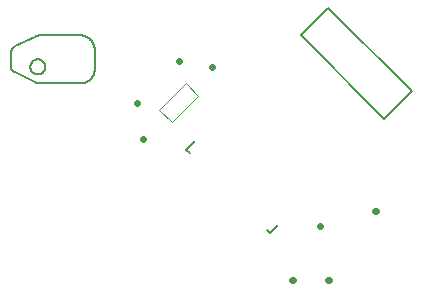
<source format=gto>
G75*
%MOIN*%
%OFA0B0*%
%FSLAX25Y25*%
%IPPOS*%
%LPD*%
%AMOC8*
5,1,8,0,0,1.08239X$1,22.5*
%
%ADD10C,0.00500*%
%ADD11C,0.00591*%
%ADD12C,0.02200*%
%ADD13C,0.00394*%
D10*
X0032970Y0141958D02*
X0039527Y0138788D01*
X0041703Y0138290D02*
X0054558Y0138290D01*
X0054698Y0138292D01*
X0054838Y0138298D01*
X0054978Y0138308D01*
X0055118Y0138321D01*
X0055257Y0138339D01*
X0055396Y0138361D01*
X0055533Y0138386D01*
X0055671Y0138415D01*
X0055807Y0138448D01*
X0055942Y0138485D01*
X0056076Y0138526D01*
X0056209Y0138571D01*
X0056341Y0138619D01*
X0056471Y0138671D01*
X0056600Y0138726D01*
X0056727Y0138785D01*
X0056853Y0138848D01*
X0056977Y0138914D01*
X0057098Y0138983D01*
X0057218Y0139056D01*
X0057336Y0139133D01*
X0057451Y0139212D01*
X0057565Y0139295D01*
X0057675Y0139381D01*
X0057784Y0139470D01*
X0057890Y0139562D01*
X0057993Y0139657D01*
X0058094Y0139754D01*
X0058191Y0139855D01*
X0058286Y0139958D01*
X0058378Y0140064D01*
X0058467Y0140173D01*
X0058553Y0140283D01*
X0058636Y0140397D01*
X0058715Y0140512D01*
X0058792Y0140630D01*
X0058865Y0140750D01*
X0058934Y0140871D01*
X0059000Y0140995D01*
X0059063Y0141121D01*
X0059122Y0141248D01*
X0059177Y0141377D01*
X0059229Y0141507D01*
X0059277Y0141639D01*
X0059322Y0141772D01*
X0059363Y0141906D01*
X0059400Y0142041D01*
X0059433Y0142177D01*
X0059462Y0142315D01*
X0059487Y0142452D01*
X0059509Y0142591D01*
X0059527Y0142730D01*
X0059540Y0142870D01*
X0059550Y0143010D01*
X0059556Y0143150D01*
X0059558Y0143290D01*
X0059558Y0149390D01*
X0059556Y0149530D01*
X0059550Y0149670D01*
X0059540Y0149810D01*
X0059527Y0149950D01*
X0059509Y0150089D01*
X0059487Y0150228D01*
X0059462Y0150365D01*
X0059433Y0150503D01*
X0059400Y0150639D01*
X0059363Y0150774D01*
X0059322Y0150908D01*
X0059277Y0151041D01*
X0059229Y0151173D01*
X0059177Y0151303D01*
X0059122Y0151432D01*
X0059063Y0151559D01*
X0059000Y0151685D01*
X0058934Y0151809D01*
X0058865Y0151930D01*
X0058792Y0152050D01*
X0058715Y0152168D01*
X0058636Y0152283D01*
X0058553Y0152397D01*
X0058467Y0152507D01*
X0058378Y0152616D01*
X0058286Y0152722D01*
X0058191Y0152825D01*
X0058094Y0152926D01*
X0057993Y0153023D01*
X0057890Y0153118D01*
X0057784Y0153210D01*
X0057675Y0153299D01*
X0057565Y0153385D01*
X0057451Y0153468D01*
X0057336Y0153547D01*
X0057218Y0153624D01*
X0057098Y0153697D01*
X0056977Y0153766D01*
X0056853Y0153832D01*
X0056727Y0153895D01*
X0056600Y0153954D01*
X0056471Y0154009D01*
X0056341Y0154061D01*
X0056209Y0154109D01*
X0056076Y0154154D01*
X0055942Y0154195D01*
X0055807Y0154232D01*
X0055671Y0154265D01*
X0055533Y0154294D01*
X0055396Y0154319D01*
X0055257Y0154341D01*
X0055118Y0154359D01*
X0054978Y0154372D01*
X0054838Y0154382D01*
X0054698Y0154388D01*
X0054558Y0154390D01*
X0041703Y0154390D01*
X0039527Y0153892D02*
X0032970Y0150723D01*
X0032884Y0150679D01*
X0032800Y0150632D01*
X0032717Y0150582D01*
X0032637Y0150529D01*
X0032558Y0150472D01*
X0032482Y0150413D01*
X0032408Y0150350D01*
X0032337Y0150285D01*
X0032268Y0150217D01*
X0032202Y0150147D01*
X0032139Y0150074D01*
X0032078Y0149999D01*
X0032021Y0149921D01*
X0031966Y0149841D01*
X0031915Y0149759D01*
X0031867Y0149676D01*
X0031822Y0149590D01*
X0031780Y0149503D01*
X0031742Y0149414D01*
X0031708Y0149324D01*
X0031676Y0149233D01*
X0031649Y0149140D01*
X0031625Y0149046D01*
X0031605Y0148952D01*
X0031588Y0148857D01*
X0031575Y0148761D01*
X0031565Y0148665D01*
X0031560Y0148569D01*
X0031558Y0148472D01*
X0031558Y0144209D01*
X0031560Y0144112D01*
X0031565Y0144016D01*
X0031575Y0143920D01*
X0031588Y0143824D01*
X0031605Y0143729D01*
X0031625Y0143635D01*
X0031649Y0143541D01*
X0031676Y0143448D01*
X0031708Y0143357D01*
X0031742Y0143267D01*
X0031780Y0143178D01*
X0031822Y0143091D01*
X0031867Y0143005D01*
X0031915Y0142922D01*
X0031966Y0142840D01*
X0032021Y0142760D01*
X0032078Y0142682D01*
X0032139Y0142607D01*
X0032202Y0142534D01*
X0032268Y0142464D01*
X0032337Y0142396D01*
X0032408Y0142331D01*
X0032482Y0142268D01*
X0032558Y0142209D01*
X0032637Y0142152D01*
X0032717Y0142099D01*
X0032800Y0142049D01*
X0032884Y0142002D01*
X0032970Y0141958D01*
X0038058Y0143840D02*
X0038060Y0143939D01*
X0038066Y0144039D01*
X0038076Y0144138D01*
X0038090Y0144236D01*
X0038107Y0144334D01*
X0038129Y0144431D01*
X0038154Y0144527D01*
X0038183Y0144622D01*
X0038216Y0144716D01*
X0038253Y0144808D01*
X0038293Y0144899D01*
X0038337Y0144988D01*
X0038385Y0145076D01*
X0038436Y0145161D01*
X0038490Y0145244D01*
X0038547Y0145326D01*
X0038608Y0145404D01*
X0038672Y0145481D01*
X0038738Y0145554D01*
X0038808Y0145625D01*
X0038880Y0145693D01*
X0038955Y0145759D01*
X0039033Y0145821D01*
X0039113Y0145880D01*
X0039195Y0145936D01*
X0039279Y0145988D01*
X0039366Y0146037D01*
X0039454Y0146083D01*
X0039544Y0146125D01*
X0039636Y0146164D01*
X0039729Y0146199D01*
X0039823Y0146230D01*
X0039919Y0146257D01*
X0040016Y0146280D01*
X0040113Y0146300D01*
X0040211Y0146316D01*
X0040310Y0146328D01*
X0040409Y0146336D01*
X0040508Y0146340D01*
X0040608Y0146340D01*
X0040707Y0146336D01*
X0040806Y0146328D01*
X0040905Y0146316D01*
X0041003Y0146300D01*
X0041100Y0146280D01*
X0041197Y0146257D01*
X0041293Y0146230D01*
X0041387Y0146199D01*
X0041480Y0146164D01*
X0041572Y0146125D01*
X0041662Y0146083D01*
X0041750Y0146037D01*
X0041837Y0145988D01*
X0041921Y0145936D01*
X0042003Y0145880D01*
X0042083Y0145821D01*
X0042161Y0145759D01*
X0042236Y0145693D01*
X0042308Y0145625D01*
X0042378Y0145554D01*
X0042444Y0145481D01*
X0042508Y0145404D01*
X0042569Y0145326D01*
X0042626Y0145244D01*
X0042680Y0145161D01*
X0042731Y0145076D01*
X0042779Y0144988D01*
X0042823Y0144899D01*
X0042863Y0144808D01*
X0042900Y0144716D01*
X0042933Y0144622D01*
X0042962Y0144527D01*
X0042987Y0144431D01*
X0043009Y0144334D01*
X0043026Y0144236D01*
X0043040Y0144138D01*
X0043050Y0144039D01*
X0043056Y0143939D01*
X0043058Y0143840D01*
X0043056Y0143741D01*
X0043050Y0143641D01*
X0043040Y0143542D01*
X0043026Y0143444D01*
X0043009Y0143346D01*
X0042987Y0143249D01*
X0042962Y0143153D01*
X0042933Y0143058D01*
X0042900Y0142964D01*
X0042863Y0142872D01*
X0042823Y0142781D01*
X0042779Y0142692D01*
X0042731Y0142604D01*
X0042680Y0142519D01*
X0042626Y0142436D01*
X0042569Y0142354D01*
X0042508Y0142276D01*
X0042444Y0142199D01*
X0042378Y0142126D01*
X0042308Y0142055D01*
X0042236Y0141987D01*
X0042161Y0141921D01*
X0042083Y0141859D01*
X0042003Y0141800D01*
X0041921Y0141744D01*
X0041837Y0141692D01*
X0041750Y0141643D01*
X0041662Y0141597D01*
X0041572Y0141555D01*
X0041480Y0141516D01*
X0041387Y0141481D01*
X0041293Y0141450D01*
X0041197Y0141423D01*
X0041100Y0141400D01*
X0041003Y0141380D01*
X0040905Y0141364D01*
X0040806Y0141352D01*
X0040707Y0141344D01*
X0040608Y0141340D01*
X0040508Y0141340D01*
X0040409Y0141344D01*
X0040310Y0141352D01*
X0040211Y0141364D01*
X0040113Y0141380D01*
X0040016Y0141400D01*
X0039919Y0141423D01*
X0039823Y0141450D01*
X0039729Y0141481D01*
X0039636Y0141516D01*
X0039544Y0141555D01*
X0039454Y0141597D01*
X0039366Y0141643D01*
X0039279Y0141692D01*
X0039195Y0141744D01*
X0039113Y0141800D01*
X0039033Y0141859D01*
X0038955Y0141921D01*
X0038880Y0141987D01*
X0038808Y0142055D01*
X0038738Y0142126D01*
X0038672Y0142199D01*
X0038608Y0142276D01*
X0038547Y0142354D01*
X0038490Y0142436D01*
X0038436Y0142519D01*
X0038385Y0142604D01*
X0038337Y0142692D01*
X0038293Y0142781D01*
X0038253Y0142872D01*
X0038216Y0142964D01*
X0038183Y0143058D01*
X0038154Y0143153D01*
X0038129Y0143249D01*
X0038107Y0143346D01*
X0038090Y0143444D01*
X0038076Y0143542D01*
X0038066Y0143641D01*
X0038060Y0143741D01*
X0038058Y0143840D01*
X0039527Y0138788D02*
X0039655Y0138729D01*
X0039784Y0138673D01*
X0039914Y0138621D01*
X0040047Y0138572D01*
X0040180Y0138528D01*
X0040315Y0138487D01*
X0040450Y0138449D01*
X0040587Y0138416D01*
X0040724Y0138387D01*
X0040863Y0138361D01*
X0041002Y0138339D01*
X0041141Y0138322D01*
X0041281Y0138308D01*
X0041422Y0138298D01*
X0041562Y0138292D01*
X0041703Y0138290D01*
X0039527Y0153892D02*
X0039655Y0153951D01*
X0039784Y0154007D01*
X0039914Y0154059D01*
X0040047Y0154108D01*
X0040180Y0154152D01*
X0040315Y0154193D01*
X0040450Y0154231D01*
X0040587Y0154264D01*
X0040724Y0154293D01*
X0040863Y0154319D01*
X0041002Y0154341D01*
X0041141Y0154358D01*
X0041281Y0154372D01*
X0041422Y0154382D01*
X0041562Y0154388D01*
X0041703Y0154390D01*
D11*
X0090083Y0116205D02*
X0091197Y0115091D01*
X0090083Y0116205D02*
X0092867Y0118989D01*
X0120706Y0091150D02*
X0117922Y0088366D01*
X0116809Y0089479D01*
X0156062Y0126505D02*
X0128223Y0154344D01*
X0137409Y0163531D01*
X0165248Y0135692D01*
X0156062Y0126505D01*
D12*
X0153178Y0095840D02*
X0152938Y0095840D01*
X0134643Y0090755D02*
X0134473Y0090925D01*
X0137438Y0072840D02*
X0137678Y0072840D01*
X0125678Y0072840D02*
X0125438Y0072840D01*
X0075643Y0119925D02*
X0075473Y0119755D01*
X0073643Y0131755D02*
X0073473Y0131925D01*
X0087473Y0145925D02*
X0087643Y0145755D01*
X0098473Y0143755D02*
X0098643Y0143925D01*
D13*
X0089924Y0138382D02*
X0094100Y0134206D01*
X0085192Y0125298D01*
X0081016Y0129474D01*
X0089924Y0138382D01*
M02*

</source>
